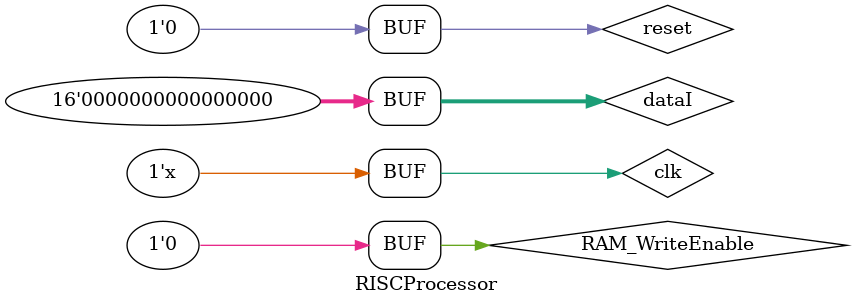
<source format=v>
`timescale 1ns / 1ps
module RISCProcessor();
reg clk;
reg reset;
reg RAM_WriteEnable = 0;
reg [15:0] dataI = 0;

wire [2:0] Ra;
wire [2:0] Rb;
wire [2:0] Rd;
wire [15:0] dataA;
wire [15:0] dataB;
wire [15:0] dataD;
wire [15:0] dataO;
wire [4:0] opcode;
wire [1:0] opcodePC;
wire [7:0] immediate;
wire [15:0] pcO;

wire shouldbranch;
wire Fetch        ;
wire Decoder      ;
wire RegisterRead ;
wire RegisterWrite;
wire EnableALU    ;
wire EnableMemory ;
wire RegisterWE;
wire update;

assign RegisterWrite = RegisterWE & update ;
assign opcodePC = (reset) ? 2'b11 : ((shouldbranch) ? 2'b10 :((EnableMemory) ? 2'b01 :2'b00));

// Instantiations
Instruction_Decoder DecoderBlock(
.I_instruction     (dataO      ),
.I_clk             (clk        ),
.I_enable          (Decoder    ),
.O_ALU             (opcode     ),  
.O_Rd              (Rd         ),  
.O_Ra              (Ra         ),  
.O_Rb              (Rb         ),  
.O_immediate       (immediate  ), 
.O_WriteEnable     (RegisterWE)
);

ControlUnit Main_ControlBLock(
.I_clk          (clk          ),
.I_reset        (reset        ),
.O_Fetch        (Fetch        ),         
.O_Decoder      (Decoder      ),        
.O_RegisterRead (RegisterRead ),  
.O_RegisterWrite(update       ), 
.O_EnableALU    (EnableALU    ),     
.O_EnableMemory (EnableMemory ) 
);

ALU Main_ALU(                           
.I_clk         (clk         ) ,          
.I_enable      (EnableALU   ) ,          
.I_opcode      (opcode      ) ,   
.I_dataA       (dataA       ) ,    
.I_dataB       (dataB       ) ,    
.I_immediate   (immediate   ) ,           
.O_data        (dataD       ) ,     
.O_shouldbranch(shouldbranch)    
);                        

ProgramCounter Main_ProgramCounter(
.I_clk   (clk     ),
.I_opcode(opcodePC),
.I_pc    (dataD   ), 
.O_pc    (pcO     ) 
);

RegisterHandler Main_HandlerBlock(
.I_clk        (clk        ),
.I_enable     (RegisterRead),
.I_WriteEnable(RegisterWrite),
.I_Ra         (Ra         ),
.I_Rb         (Rb         ),
.I_Rd         (Rd         ),
.I_data       (dataI      ),
.O_dataA      (dataA      ),
.O_dataB      (dataB      ) 
);

RAM Main_RAM(
.I_clk        (clk            ),
.I_WriteEnable(RAM_WriteEnable),
.I_address    (pcO            ),
.I_data       (dataI          ), 
.O_data       (dataO          ) 
);

initial begin
    clk = 0;
    reset = 1;
    #20 
    reset = 0; 
end

always begin
    #5 clk = ~clk;
end

endmodule

</source>
